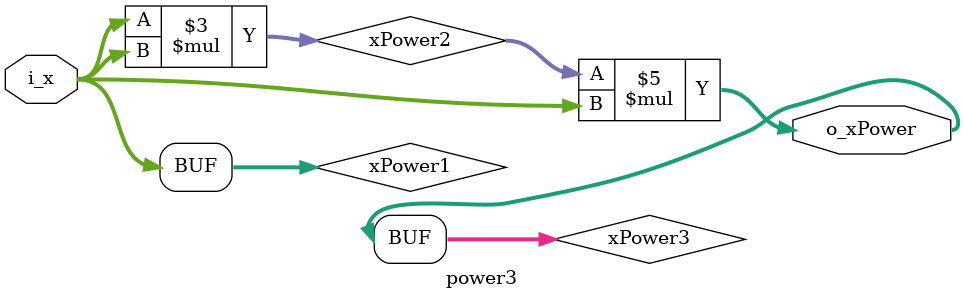
<source format=sv>
`default_nettype none

module power3
  ( input  var logic [7:0] i_x

  , output var logic [7:0] o_xPower
  );

  logic [7:0] xPower1, x2, xPower2, xPower3;

  assign o_xPower = xPower3;

  always_comb xPower1 = i_x;

  always_comb xPower2 = xPower1*xPower1;

  always_comb xPower3 = xPower2*xPower1;

endmodule



</source>
